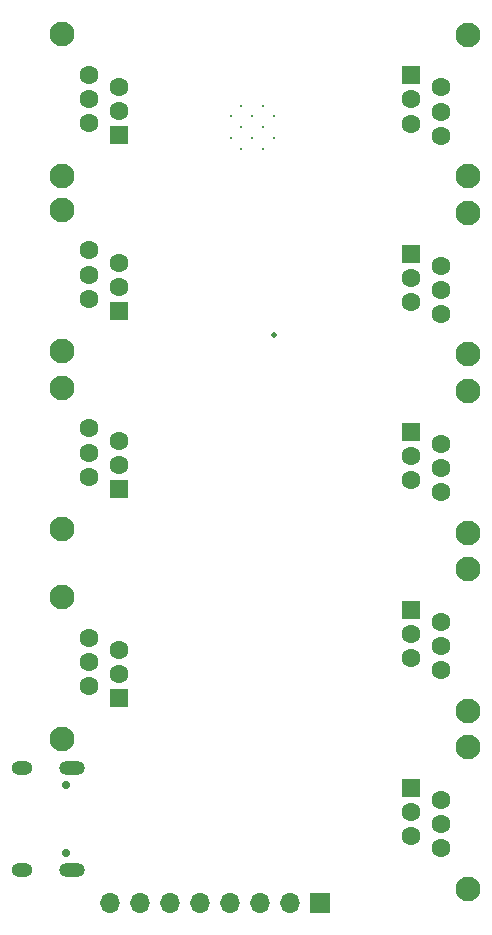
<source format=gbr>
%TF.GenerationSoftware,KiCad,Pcbnew,(6.0.0-0)*%
%TF.CreationDate,2022-03-11T16:11:59+01:00*%
%TF.ProjectId,GlowHubPCB,476c6f77-4875-4625-9043-422e6b696361,rev?*%
%TF.SameCoordinates,Original*%
%TF.FileFunction,Soldermask,Bot*%
%TF.FilePolarity,Negative*%
%FSLAX46Y46*%
G04 Gerber Fmt 4.6, Leading zero omitted, Abs format (unit mm)*
G04 Created by KiCad (PCBNEW (6.0.0-0)) date 2022-03-11 16:11:59*
%MOMM*%
%LPD*%
G01*
G04 APERTURE LIST*
%ADD10R,1.700000X1.700000*%
%ADD11O,1.700000X1.700000*%
%ADD12C,2.100000*%
%ADD13R,1.600000X1.600000*%
%ADD14C,1.600000*%
%ADD15C,0.500000*%
%ADD16C,0.700000*%
%ADD17O,2.200000X1.200000*%
%ADD18O,1.800000X1.200000*%
%ADD19C,0.300000*%
G04 APERTURE END LIST*
D10*
%TO.C,J1*%
X79471000Y-131414600D03*
D11*
X76931000Y-131414600D03*
X74391000Y-131414600D03*
X71851000Y-131414600D03*
X69311000Y-131414600D03*
X66771000Y-131414600D03*
X64231000Y-131414600D03*
X61691000Y-131414600D03*
%TD*%
D12*
%TO.C,RJ1*%
X91981600Y-130263200D03*
X91981600Y-118274400D03*
D13*
X87133671Y-121718749D03*
D14*
X89673676Y-122738815D03*
X87133671Y-123758881D03*
X89673676Y-124778693D03*
X87133671Y-125798759D03*
X89673676Y-126818825D03*
%TD*%
D12*
%TO.C,RJ9*%
X57590000Y-105574400D03*
X57590000Y-117563200D03*
D13*
X62437929Y-114118851D03*
D14*
X59897924Y-113098785D03*
X62437929Y-112078719D03*
X59897924Y-111058907D03*
X62437929Y-110038841D03*
X59897924Y-109018775D03*
%TD*%
D15*
%TO.C,MK1*%
X75573200Y-83324000D03*
%TD*%
D16*
%TO.C,USB1*%
X57943500Y-121464600D03*
X57943500Y-127244600D03*
D17*
X58443500Y-120034600D03*
X58443500Y-128674600D03*
D18*
X54263500Y-128674600D03*
X54263500Y-120034600D03*
%TD*%
D12*
%TO.C,RJ7*%
X57590000Y-72750000D03*
X57590000Y-84738800D03*
D13*
X62437929Y-81294451D03*
D14*
X59897924Y-80274385D03*
X62437929Y-79254319D03*
X59897924Y-78234507D03*
X62437929Y-77214441D03*
X59897924Y-76194375D03*
%TD*%
D12*
%TO.C,RJ4*%
X91981600Y-85000400D03*
X91981600Y-73011600D03*
D13*
X87133671Y-76455949D03*
D14*
X89673676Y-77476015D03*
X87133671Y-78496081D03*
X89673676Y-79515893D03*
X87133671Y-80535959D03*
X89673676Y-81556025D03*
%TD*%
D12*
%TO.C,RJ2*%
X91981600Y-115175600D03*
X91981600Y-103186800D03*
D13*
X87133671Y-106631149D03*
D14*
X89673676Y-107651215D03*
X87133671Y-108671281D03*
X89673676Y-109691093D03*
X87133671Y-110711159D03*
X89673676Y-111731225D03*
%TD*%
D12*
%TO.C,RJ6*%
X57590000Y-57898600D03*
X57590000Y-69887400D03*
D13*
X62437929Y-66443051D03*
D14*
X59897924Y-65422985D03*
X62437929Y-64402919D03*
X59897924Y-63383107D03*
X62437929Y-62363041D03*
X59897924Y-61342975D03*
%TD*%
D12*
%TO.C,RJ3*%
X91981600Y-100088000D03*
X91981600Y-88099200D03*
D13*
X87133671Y-91543549D03*
D14*
X89673676Y-92563615D03*
X87133671Y-93583681D03*
X89673676Y-94603493D03*
X87133671Y-95623559D03*
X89673676Y-96643625D03*
%TD*%
%TO.C,RJ5*%
X89673676Y-66468425D03*
X87133671Y-65448359D03*
X89673676Y-64428293D03*
X87133671Y-63408481D03*
X89673676Y-62388415D03*
D13*
X87133671Y-61368349D03*
D12*
X91981600Y-57924000D03*
X91981600Y-69912800D03*
%TD*%
D19*
%TO.C,U2*%
X74645000Y-67596650D03*
X72810000Y-67596650D03*
X75562500Y-66679150D03*
X73727500Y-66679150D03*
X71892500Y-66679150D03*
X74645000Y-65761650D03*
X72810000Y-65761650D03*
X75562500Y-64844150D03*
X73727500Y-64844150D03*
X71892500Y-64844150D03*
X74645000Y-63926650D03*
X72810000Y-63926650D03*
%TD*%
D12*
%TO.C,RJ8*%
X57590000Y-87819800D03*
X57590000Y-99808600D03*
D13*
X62437929Y-96364251D03*
D14*
X59897924Y-95344185D03*
X62437929Y-94324119D03*
X59897924Y-93304307D03*
X62437929Y-92284241D03*
X59897924Y-91264175D03*
%TD*%
M02*

</source>
